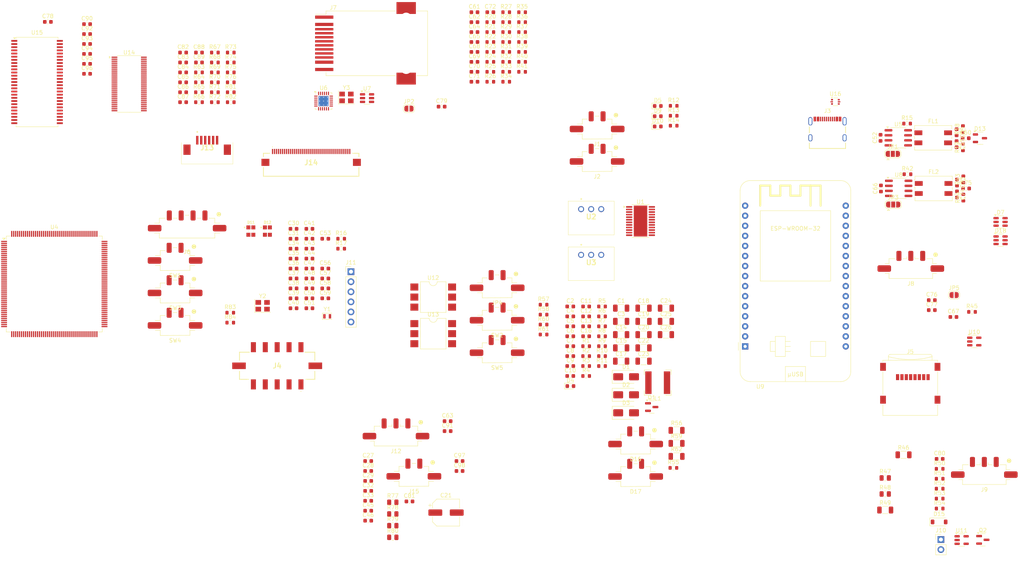
<source format=kicad_pcb>
(kicad_pcb
	(version 20240108)
	(generator "pcbnew")
	(generator_version "8.0")
	(general
		(thickness 1.6)
		(legacy_teardrops no)
	)
	(paper "A4")
	(layers
		(0 "F.Cu" signal)
		(31 "B.Cu" signal)
		(32 "B.Adhes" user "B.Adhesive")
		(33 "F.Adhes" user "F.Adhesive")
		(34 "B.Paste" user)
		(35 "F.Paste" user)
		(36 "B.SilkS" user "B.Silkscreen")
		(37 "F.SilkS" user "F.Silkscreen")
		(38 "B.Mask" user)
		(39 "F.Mask" user)
		(40 "Dwgs.User" user "User.Drawings")
		(41 "Cmts.User" user "User.Comments")
		(42 "Eco1.User" user "User.Eco1")
		(43 "Eco2.User" user "User.Eco2")
		(44 "Edge.Cuts" user)
		(45 "Margin" user)
		(46 "B.CrtYd" user "B.Courtyard")
		(47 "F.CrtYd" user "F.Courtyard")
		(48 "B.Fab" user)
		(49 "F.Fab" user)
		(50 "User.1" user)
		(51 "User.2" user)
		(52 "User.3" user)
		(53 "User.4" user)
		(54 "User.5" user)
		(55 "User.6" user)
		(56 "User.7" user)
		(57 "User.8" user)
		(58 "User.9" user)
	)
	(setup
		(pad_to_mask_clearance 0)
		(allow_soldermask_bridges_in_footprints no)
		(pcbplotparams
			(layerselection 0x00010fc_ffffffff)
			(plot_on_all_layers_selection 0x0000000_00000000)
			(disableapertmacros no)
			(usegerberextensions no)
			(usegerberattributes yes)
			(usegerberadvancedattributes yes)
			(creategerberjobfile yes)
			(dashed_line_dash_ratio 12.000000)
			(dashed_line_gap_ratio 3.000000)
			(svgprecision 4)
			(plotframeref no)
			(viasonmask no)
			(mode 1)
			(useauxorigin no)
			(hpglpennumber 1)
			(hpglpenspeed 20)
			(hpglpendiameter 15.000000)
			(pdf_front_fp_property_popups yes)
			(pdf_back_fp_property_popups yes)
			(dxfpolygonmode yes)
			(dxfimperialunits yes)
			(dxfusepcbnewfont yes)
			(psnegative no)
			(psa4output no)
			(plotreference yes)
			(plotvalue yes)
			(plotfptext yes)
			(plotinvisibletext no)
			(sketchpadsonfab no)
			(subtractmaskfromsilk no)
			(outputformat 1)
			(mirror no)
			(drillshape 1)
			(scaleselection 1)
			(outputdirectory "")
		)
	)
	(net 0 "")
	(net 1 "+3V3_FER")
	(net 2 "Earth")
	(net 3 "/Ethernet/LED_G")
	(net 4 "/Ethernet/LED_Y")
	(net 5 "GND")
	(net 6 "+3V3")
	(net 7 "+5V")
	(net 8 "/Power/3V3_Display")
	(net 9 "Net-(C5-Pad2)")
	(net 10 "Net-(U1-COMP)")
	(net 11 "Net-(U1-C1+)")
	(net 12 "Net-(U1-C1-)")
	(net 13 "Net-(U1-C2+)")
	(net 14 "Net-(U1-C2-)")
	(net 15 "/Power/3V8")
	(net 16 "Net-(D2-A)")
	(net 17 "Net-(U1-DRV)")
	(net 18 "/Power/18V")
	(net 19 "/Power/9V6")
	(net 20 "Net-(U1-FB1)")
	(net 21 "Net-(U1-REF)")
	(net 22 "/Power/-6V")
	(net 23 "Net-(U1-VCOMIN)")
	(net 24 "+24V")
	(net 25 "Net-(U3-VI)")
	(net 26 "Net-(U2-VI)")
	(net 27 "/Peripherals/V_{ref}")
	(net 28 "Net-(D1-A)")
	(net 29 "Net-(D4-A)")
	(net 30 "Net-(D15-K)")
	(net 31 "/IEC_Charging_Circuit/CP")
	(net 32 "Net-(J7-Pad2)")
	(net 33 "Net-(J7-RD-)")
	(net 34 "Net-(J7-TD-)")
	(net 35 "unconnected-(J7-NC-Pad9)")
	(net 36 "Net-(J7-RD+)")
	(net 37 "Net-(J7-TD+)")
	(net 38 "Net-(J7-Pad11)")
	(net 39 "Net-(J8-Pin_2)")
	(net 40 "/IEC_Charging_Circuit/PP")
	(net 41 "Net-(J10-Pin_1)")
	(net 42 "Net-(JP1-C)")
	(net 43 "/Core/EV_Start_Charging")
	(net 44 "Net-(JP3-C)")
	(net 45 "/Display/LCD_VGL")
	(net 46 "Net-(Q1-B)")
	(net 47 "Net-(Q2-G)")
	(net 48 "Net-(U1-FB3)")
	(net 49 "Net-(U1-FB2)")
	(net 50 "Net-(R6-Pad2)")
	(net 51 "Net-(U10-A)")
	(net 52 "/IEC_Charging_Circuit/PWM_SENSE")
	(net 53 "/Core/Charging_Point_PWM")
	(net 54 "Net-(U11--)")
	(net 55 "/Core/~{IMD_Error_LED}")
	(net 56 "Net-(R54-Pad1)")
	(net 57 "/SDRAM/D9")
	(net 58 "unconnected-(U4B-PH9-Pad86)")
	(net 59 "/SDRAM/A11")
	(net 60 "unconnected-(U4B-PD13-Pad101)")
	(net 61 "/Core/~{AMS_Error_LED}")
	(net 62 "/SDRAM/D0")
	(net 63 "unconnected-(U4B-PC13-Pad8)")
	(net 64 "unconnected-(U4B-PD4-Pad146)")
	(net 65 "/Core/PCAP_RST")
	(net 66 "/Display/B5")
	(net 67 "unconnected-(U4B-PI8-Pad7)")
	(net 68 "/SDRAM/D14")
	(net 69 "/SDRAM/D2")
	(net 70 "/SDRAM/D4")
	(net 71 "unconnected-(U4B-PH6-Pad83)")
	(net 72 "/Core/OSC_in")
	(net 73 "unconnected-(U4B-PG13-Pad156)")
	(net 74 "/Core/SWCLK")
	(net 75 "unconnected-(U4B-PG10-Pad153)")
	(net 76 "/Display/R2")
	(net 77 "/SDRAM/A3")
	(net 78 "/SDRAM/D13")
	(net 79 "unconnected-(U4B-PH15-Pad130)")
	(net 80 "/Core/LCD_Reset")
	(net 81 "/Display/R0")
	(net 82 "/SDRAM/A2")
	(net 83 "/Display/R7")
	(net 84 "/Display/B4")
	(net 85 "/Core/AMS_Reset_in")
	(net 86 "/Core/AMS_Reset_out")
	(net 87 "/Core/SDC_out")
	(net 88 "/SDRAM/A0")
	(net 89 "unconnected-(U4B-PF8-Pad26)")
	(net 90 "/SDRAM/SDNE0")
	(net 91 "/Core/SWDIO")
	(net 92 "/SDRAM/A10")
	(net 93 "unconnected-(U4B-PC10-Pad139)")
	(net 94 "/Display/G0")
	(net 95 "unconnected-(U4B-PI7-Pad176)")
	(net 96 "/SDRAM/BA0")
	(net 97 "/Ethernet/RMII_TX_EN")
	(net 98 "/Core/NRST")
	(net 99 "/SDRAM/D12")
	(net 100 "unconnected-(U4B-PH12-Pad89)")
	(net 101 "/SDRAM/NBL0")
	(net 102 "/Display/B0")
	(net 103 "unconnected-(U4B-PD3-Pad145)")
	(net 104 "/Display/G2")
	(net 105 "unconnected-(U4B-PG14-Pad157)")
	(net 106 "/Display/R1")
	(net 107 "unconnected-(U4B-PH10-Pad87)")
	(net 108 "/SDRAM/SDNWE")
	(net 109 "/Ethernet/RMII_RXD1")
	(net 110 "/SDRAM/A9")
	(net 111 "/SDRAM/D11")
	(net 112 "unconnected-(U4B-PI6-Pad175)")
	(net 113 "/Display/DE")
	(net 114 "/Display/G3")
	(net 115 "/Display/CLK")
	(net 116 "/Peripherals/USART_RX")
	(net 117 "unconnected-(U4B-PB5-Pad163)")
	(net 118 "unconnected-(U4B-PI3-Pad134)")
	(net 119 "/Peripherals/USB_OTG_VBUS")
	(net 120 "/SDRAM/A4")
	(net 121 "/Display/B3")
	(net 122 "/Peripherals/SDMMC_D0")
	(net 123 "/SDRAM/D15")
	(net 124 "/SDRAM/D3")
	(net 125 "/Display/G4")
	(net 126 "/SDRAM/A7")
	(net 127 "unconnected-(U4B-PC8-Pad117)")
	(net 128 "/SDRAM/A12")
	(net 129 "unconnected-(U4B-PI1-Pad132)")
	(net 130 "Net-(C27-Pad1)")
	(net 131 "Net-(U4F-BOOT0)")
	(net 132 "unconnected-(U4B-PD7-Pad151)")
	(net 133 "unconnected-(U4B-PC7-Pad116)")
	(net 134 "/Display/G7")
	(net 135 "unconnected-(U4F-PDR_ON-Pad171)")
	(net 136 "/Ethernet/RMII_MDIO")
	(net 137 "/Display/G1")
	(net 138 "/Display/R6")
	(net 139 "unconnected-(U4B-PH7-Pad84)")
	(net 140 "/SDRAM/D6")
	(net 141 "/SDRAM/A1")
	(net 142 "unconnected-(U4B-PG3-Pad107)")
	(net 143 "/SDRAM/D8")
	(net 144 "/Display/B6")
	(net 145 "/Display/R4")
	(net 146 "/Core/OSC_out")
	(net 147 "unconnected-(U4B-PA15-Pad138)")
	(net 148 "unconnected-(U4B-PF6-Pad24)")
	(net 149 "/SDRAM/A5")
	(net 150 "/Display/G6")
	(net 151 "/Peripherals/USB_OTG_DP")
	(net 152 "unconnected-(U4B-PF7-Pad25)")
	(net 153 "/Peripherals/ESP_RX")
	(net 154 "unconnected-(U4B-PF9-Pad27)")
	(net 155 "/Peripherals/USB_OTG_DM")
	(net 156 "/Display/G5")
	(net 157 "unconnected-(U4B-PB15-Pad95)")
	(net 158 "unconnected-(U4B-PC6-Pad115)")
	(net 159 "unconnected-(U4B-PD12-Pad100)")
	(net 160 "/Display/R5")
	(net 161 "unconnected-(U4B-PE2-Pad1)")
	(net 162 "/Ethernet/RMII_TXD1")
	(net 163 "/SDRAM/D5")
	(net 164 "/Peripherals/SDMMC_CMD")
	(net 165 "/SDRAM/D1")
	(net 166 "Net-(U4A-VREF+)")
	(net 167 "/Display/B1")
	(net 168 "/Display/B7")
	(net 169 "unconnected-(U4B-PD11-Pad99)")
	(net 170 "/Ethernet/RMII_MDC")
	(net 171 "unconnected-(U4B-PE3-Pad2)")
	(net 172 "/Core/OSC32_in")
	(net 173 "/SDRAM/SDCLK")
	(net 174 "/Peripherals/USART_TX")
	(net 175 "unconnected-(U4B-PA10-Pad121)")
	(net 176 "unconnected-(U4B-PG11-Pad154)")
	(net 177 "/SDRAM/SDCKE0")
	(net 178 "/Ethernet/RMII_RXD0")
	(net 179 "unconnected-(U4B-PC11-Pad140)")
	(net 180 "/Ethernet/RMII_CRS_DV")
	(net 181 "/Core/TRACESWO")
	(net 182 "unconnected-(U4B-PB4-Pad162)")
	(net 183 "/Display/HSYNC")
	(net 184 "/Ethernet/RMII_TXD0")
	(net 185 "Net-(C33-Pad1)")
	(net 186 "/SDRAM/D10")
	(net 187 "/SDRAM/SDNCAS")
	(net 188 "/Display/R3")
	(net 189 "/Core/OSC32_out")
	(net 190 "/Display/VSYNC")
	(net 191 "/SDRAM/D7")
	(net 192 "unconnected-(U4B-PI0-Pad131)")
	(net 193 "unconnected-(U4B-PG9-Pad152)")
	(net 194 "/SDRAM/BA1")
	(net 195 "unconnected-(U4B-PH11-Pad88)")
	(net 196 "/SDRAM/SDNRAS")
	(net 197 "/SDRAM/A6")
	(net 198 "/SDRAM/NBL1")
	(net 199 "/Display/B2")
	(net 200 "/Ethernet/RMII_REF_CLK")
	(net 201 "/SDRAM/A8")
	(net 202 "unconnected-(U4B-PB2-Pad58)")
	(net 203 "Net-(U5-CANL)")
	(net 204 "Net-(U5-Rs)")
	(net 205 "Net-(U5-CANH)")
	(net 206 "Net-(U6-~{INT}{slash}REFCLKO)")
	(net 207 "/Ethernet/XTAL2")
	(net 208 "Net-(U6-VDDCR)")
	(net 209 "Net-(U6-RXER{slash}PHYAD0)")
	(net 210 "Net-(U6-TXD0)")
	(net 211 "Net-(U6-~{RST})")
	(net 212 "Net-(U6-RXD1{slash}MODE1)")
	(net 213 "Net-(U6-TXD1)")
	(net 214 "Net-(U6-MDIO)")
	(net 215 "Net-(U6-TXEN)")
	(net 216 "/Ethernet/XTAL1")
	(net 217 "Net-(U6-RBIAS)")
	(net 218 "Net-(U6-MDC)")
	(net 219 "Net-(U6-CRS_DV{slash}MODE2)")
	(net 220 "Net-(U6-RXD0{slash}MODE0)")
	(net 221 "Net-(U8-CANL)")
	(net 222 "Net-(U8-Rs)")
	(net 223 "Net-(U8-CANH)")
	(net 224 "/Peripherals/ESP_TX")
	(net 225 "/Peripherals/STM_CAN_TX")
	(net 226 "unconnected-(U10-NC-Pad1)")
	(net 227 "/Peripherals/STM_CAN_RX")
	(net 228 "unconnected-(U12-Pad3)")
	(net 229 "/Peripherals/SDMMC_CK")
	(net 230 "Net-(R55-Pad1)")
	(net 231 "/Peripherals/ESP_CAN_RX")
	(net 232 "/SDC_and_SCS/RSD_in")
	(net 233 "unconnected-(U13-Pad5)")
	(net 234 "Net-(R56-Pad2)")
	(net 235 "unconnected-(U13-Pad3)")
	(net 236 "/SDC_and_SCS/RSD_out")
	(net 237 "/Core/CANH")
	(net 238 "/Core/CANL")
	(net 239 "/Peripherals/ESP_CAN_TX")
	(net 240 "/Display/LCD_VGH")
	(net 241 "Net-(D5-A)")
	(net 242 "Net-(D9-A)")
	(net 243 "Net-(D10-A)")
	(net 244 "/Core/SDC_in")
	(net 245 "Net-(Q3-G)")
	(net 246 "Net-(Q4-G)")
	(net 247 "/Core/SDC_enable")
	(net 248 "Net-(R83-Pad2)")
	(net 249 "/Display/I2C_SDA")
	(net 250 "/Display/I2C_SCL")
	(net 251 "Net-(U14-~{SHTDN})")
	(net 252 "Net-(U14-CLKSEL)")
	(net 253 "/Display/LCD_SELB")
	(net 254 "Net-(R70-Pad1)")
	(net 255 "VDD")
	(net 256 "Net-(R72-Pad2)")
	(net 257 "/Display/LCD_STBYB")
	(net 258 "Net-(J1-Pin_1)")
	(net 259 "/Display/LCD_U{slash}D")
	(net 260 "/Display/LCD_L{slash}R")
	(net 261 "/Display/RXIN0-")
	(net 262 "/Display/RXCLKIN+")
	(net 263 "/Display/RXIN0+")
	(net 264 "/Display/RXIN2-")
	(net 265 "/Display/RXIN1-")
	(net 266 "/Display/RXIN2+")
	(net 267 "/Display/RXIN3+")
	(net 268 "/Display/RXIN3-")
	(net 269 "/Display/RXIN1+")
	(net 270 "/Display/RXCLKIN-")
	(net 271 "Net-(J2-Pin_1)")
	(net 272 "unconnected-(J5-CMD-Pad3)")
	(net 273 "unconnected-(U15-NC-Pad40)")
	(net 274 "unconnected-(J5-DAT0-Pad7)")
	(net 275 "/Core/LED1_B")
	(net 276 "/Core/LED1_G")
	(net 277 "/Core/LED1_R")
	(net 278 "/Core/LED2_R")
	(net 279 "/Core/LED2_G")
	(net 280 "/Core/LED2_B")
	(net 281 "unconnected-(U9-TX0{slash}D1-Pad18)")
	(net 282 "unconnected-(U9-D18-Pad22)")
	(net 283 "unconnected-(U9-D34-Pad12)")
	(net 284 "unconnected-(U9-D19-Pad21)")
	(net 285 "unconnected-(U9-D25-Pad8)")
	(net 286 "unconnected-(J5-DAT2-Pad1)")
	(net 287 "unconnected-(U9-D15-Pad28)")
	(net 288 "unconnected-(U9-D32-Pad10)")
	(net 289 "unconnected-(U9-RX0{slash}D3-Pad19)")
	(net 290 "unconnected-(U9-D13-Pad3)")
	(net 291 "unconnected-(U9-D12-Pad4)")
	(net 292 "unconnected-(U9-D35-Pad11)")
	(net 293 "unconnected-(U9-D2-Pad27)")
	(net 294 "unconnected-(U9-D14-Pad5)")
	(net 295 "unconnected-(U9-D39{slash}VN-Pad13)")
	(net 296 "unconnected-(J5-CLK-Pad5)")
	(net 297 "unconnected-(U9-D22-Pad17)")
	(net 298 "unconnected-(U9-D26-Pad7)")
	(net 299 "unconnected-(U9-D33-Pad9)")
	(net 300 "unconnected-(U9-EN-Pad15)")
	(net 301 "unconnected-(U9-VIN-Pad1)")
	(net 302 "unconnected-(U9-D36{slash}VP-Pad14)")
	(net 303 "unconnected-(U9-D27-Pad6)")
	(net 304 "unconnected-(U9-D23-Pad16)")
	(net 305 "/Core/SDC_Voltage")
	(net 306 "/Core/TSAL_Green")
	(net 307 "Net-(JP4-A)")
	(net 308 "Net-(J4-Pin_2)")
	(net 309 "unconnected-(J5-DAT3{slash}CD-Pad2)")
	(net 310 "unconnected-(J5-VDD-Pad4)")
	(net 311 "unconnected-(SW3-Pad1)")
	(net 312 "unconnected-(SW3-Pad2)")
	(net 313 "unconnected-(SW4-Pad2)")
	(net 314 "unconnected-(SW4-Pad1)")
	(net 315 "unconnected-(J5-VSS-Pad6)")
	(net 316 "unconnected-(J5-DAT1-Pad8)")
	(net 317 "unconnected-(J3-SBU2-PadB8)")
	(net 318 "Net-(J3-VBUS-PadA4)")
	(net 319 "unconnected-(J3-CC2-PadB5)")
	(net 320 "unconnected-(J3-D+-PadB6)")
	(net 321 "unconnected-(J3-CC1-PadA5)")
	(net 322 "unconnected-(J3-SBU1-PadA8)")
	(net 323 "unconnected-(J3-D+-PadA6)")
	(net 324 "unconnected-(J3-D--PadB7)")
	(net 325 "unconnected-(J3-D--PadA7)")
	(net 326 "/Core/PCAP_Int")
	(net 327 "unconnected-(J14-Pin_37-Pad37)")
	(net 328 "/Display/LED+")
	(net 329 "unconnected-(J14-Pin_4-Pad4)")
	(net 330 "/Display/LCD_VDD")
	(net 331 "Net-(J14-Pin_29)")
	(net 332 "unconnected-(J14-Pin_27-Pad27)")
	(net 333 "unconnected-(J14-Pin_24-Pad24)")
	(net 334 "unconnected-(J14-Pin_36-Pad36)")
	(net 335 "Net-(J14-Pin_1)")
	(net 336 "Net-(J14-Pin_35)")
	(net 337 "Net-(J14-Pin_38)")
	(net 338 "unconnected-(J14-Pin_26-Pad26)")
	(net 339 "unconnected-(J14-Pin_23-Pad23)")
	(net 340 "Net-(D7-COM-Pad2)")
	(net 341 "unconnected-(D7-TVS3-Pad4)")
	(net 342 "unconnected-(D7-TVS4-Pad6)")
	(net 343 "unconnected-(D7-TVS1-Pad1)")
	(net 344 "unconnected-(D7-TVS2-Pad3)")
	(net 345 "unconnected-(D18-TVS3-Pad4)")
	(net 346 "Net-(D18-COM-Pad2)")
	(net 347 "unconnected-(D18-TVS2-Pad3)")
	(net 348 "unconnected-(D18-TVS1-Pad1)")
	(net 349 "unconnected-(D18-TVS4-Pad6)")
	(net 350 "unconnected-(U16-VBUS-Pad5)")
	(net 351 "unconnected-(U16-I{slash}O1-Pad6)")
	(net 352 "unconnected-(U16-I{slash}O1-Pad1)")
	(net 353 "unconnected-(U16-I{slash}O2-Pad3)")
	(net 354 "unconnected-(U16-GND-Pad2)")
	(net 355 "unconnected-(U16-I{slash}O2-Pad4)")
	(net 356 "Net-(D16-A)")
	(net 357 "Net-(D16-K)")
	(net 358 "Net-(D17-K)")
	(net 359 "Net-(D17-A)")
	(net 360 "/Display/LCD_AVDD")
	(net 361 "/Display/VCOM")
	(footprint "Capacitor_SMD:C_1206_3216Metric" (layer "F.Cu") (at 178.315 106.435))
	(footprint "Capacitor_SMD:C_0603_1608Metric" (layer "F.Cu") (at 169.475 92.615))
	(footprint "Resistor_SMD:R_0603_1608Metric" (layer "F.Cu") (at 145.285 35.83))
	(footprint "Capacitor_SMD:C_0603_1608Metric" (layer "F.Cu") (at 43.475 21.27))
	(footprint "Capacitor_SMD:C_1206_3216Metric" (layer "F.Cu") (at 189.615 93.035))
	(footprint "Capacitor_SMD:C_0603_1608Metric" (layer "F.Cu") (at 141.275 25.79))
	(footprint "Resistor_SMD:R_0805_2012Metric" (layer "F.Cu") (at 120.66 142.1))
	(footprint "Capacitor_SMD:C_0603_1608Metric" (layer "F.Cu") (at 169.475 100.145))
	(footprint "Package_TO_SOT_SMD:SOT-666" (layer "F.Cu") (at 232.4 40.9))
	(footprint "Capacitor_SMD:C_0603_1608Metric" (layer "F.Cu") (at 114.45 136.7))
	(footprint "Capacitor_SMD:C_0603_1608Metric" (layer "F.Cu") (at 67.725 28.45))
	(footprint "Resistor_SMD:R_0603_1608Metric" (layer "F.Cu") (at 149.295 30.81))
	(footprint "Charger:ESP32-WROOM-32-DevKit-30Pin" (layer "F.Cu") (at 209.615 102.71))
	(footprint "FaSTTUBe_connectors:Micro_Mate-N-Lok_2p_vertical" (layer "F.Cu") (at 172.245 47.77))
	(footprint "LED_SMD:LED_0603_1608Metric" (layer "F.Cu") (at 187.56 41.955))
	(footprint "Capacitor_SMD:CP_Elec_6.3x7.7" (layer "F.Cu") (at 134.1 144.7))
	(footprint "Capacitor_SMD:C_0603_1608Metric" (layer "F.Cu") (at 137.51 134.19))
	(footprint "Diode_SMD:D_SMA" (layer "F.Cu") (at 179.56 110.385))
	(footprint "Resistor_SMD:R_0603_1608Metric" (layer "F.Cu") (at 153.305 20.77))
	(footprint "Resistor_SMD:R_0603_1608Metric" (layer "F.Cu") (at 71.735 33.47))
	(footprint "Capacitor_SMD:C_1206_3216Metric" (layer "F.Cu") (at 178.315 96.385))
	(footprint "Resistor_SMD:R_0603_1608Metric" (layer "F.Cu") (at 173.485 95.125))
	(footprint "Resistor_SMD:R_0603_1608Metric" (layer "F.Cu") (at 75.745 30.96))
	(footprint "Capacitor_SMD:C_0603_1608Metric" (layer "F.Cu") (at 99.61 83.03))
	(footprint "Charger:173010542" (layer "F.Cu") (at 170.745 69.945))
	(footprint "FaSTTUBe_connectors:Micro_Mate-N-Lok_2p_vertical" (layer "F.Cu") (at 65.7 97.4))
	(footprint "Resistor_SMD:R_0603_1608Metric" (layer "F.Cu") (at 158.725 94.68))
	(footprint "Capacitor_SMD:C_0603_1608Metric" (layer "F.Cu") (at 265.3 50.1))
	(footprint "Resistor_SMD:R_0603_1608Metric" (layer "F.Cu") (at 264.6 52.4 90))
	(footprint "Jumper:SolderJumper-2_P1.3mm_Open_RoundedPad1.0x1.5mm" (layer "F.Cu") (at 262.37 89.73))
	(footprint "Resistor_SMD:R_0603_1608Metric" (layer "F.Cu") (at 169.475 102.655))
	(footprint "Capacitor_SMD:C_0603_1608Metric" (layer "F.Cu") (at 141.275 30.81))
	(footprint "Resistor_SMD:R_0603_1608Metric" (layer "F.Cu") (at 149.295 33.32))
	(footprint "Capacitor_SMD:C_1206_3216Metric" (layer "F.Cu") (at 183.965 103.085))
	(footprint "Resistor_SMD:R_0603_1608Metric" (layer "F.Cu") (at 264.7 60.5 90))
	(footprint "Resistor_SMD:R_0603_1608Metric" (layer "F.Cu") (at 145.285 23.28))
	(footprint "FaSTTUBe_connectors:Micro_Mate-N-Lok_2p_vertical"
		(layer "F.Cu")
		(uuid "34a4ad21-6986-43be-8bb4-ac7a18b3f653")
		(at 147 96.095)
		(property "Reference" "SW2"
			(at 0 3.81 0)
			(unlocked yes)
			(layer "F.SilkS")
			(uuid "e90ffa5b-0761-4267-a229-343aa05ab111")
			(effects
				(font
					(size 1 1)
					(thickness 0.15)
				)
			)
		)
		(property "Value" "SW_Push"
			(at 0 1 0)
			(unlocked yes)
			(layer "F.Fab")
			(uuid "8cf4d3b9-45da-4fed-89fe-cb9d524bc8fe")
			(effects
				(font
					(size 1 1)
					(thickness 0.15)
				)
			)
		)
		(property "Footprint" "FaSTTUBe_connectors:Micro_Mate-N-Lok_2p_vertical"
			(at 0 0 0)
			(layer "F.Fab")
			(hide yes)
			(uuid "f8ef1833-2ccf-4048-b789-175942ba4e6e")
			(effects
				(font
					(size 1.27 1.27)
					(thickness 0.15)
				)
			)
		)
		(property "Datasheet" ""
			(at 0 0 0)
			(layer "F.Fab")
			(hide yes)
			(uuid "9ef8b199-0ef6-4624-b08a-c73cad42c2a1")
			(effects
				(font
					(size 1.27 1.27)
					(thickness 0.15)
				)
			)
		)
		(property "Description" "Push button switch, generic, two pins"
			(at 0 0 0)
			(layer "F.Fab")
			(hide yes)
			(uuid "94fa82c5-0a54-422d-ad5e-2f047281e1a7")
			(effects
				(font
					(size 1.27 1.27)
					(thickness 0.15)
				)
			)
		)
		(path "/75c94037-2217-4879-97cf-1bc2976ef0dc/cd2fac89-1b09-4cec-8d86-da71d221cac8")
		(sheetname "SDC_and_SCS")
		(sheetfile "SDC_and_SCS.kicad_sch")
		(attr smd)
		(fp_line
			(start -3.75 -2.5)
			(end -2.5 -2.5)
			(stroke
				(width 0.12)
				(type solid)
			)
			(layer "F.SilkS")
			(uuid "8d2f3dd4-d1c8-4cc6-a09e-338978c7cb35")
		)
		(fp_line
			(start -3.75 -1.25)
			(end -5 -1.25)
			(stroke
				(width 0.12)
				(type solid)
			)
			(layer "F.SilkS")
			(uuid "f4ec3868-09d7-4c49-abf0-2e8521cf02f1")
		)
		(fp_line
			(start -3.75 -1.25)
			(end -3.75 -2.5)
			(stroke
				(width 0.12)
				(type solid)
			)
			(layer "F.SilkS")
			(uuid "d0984f4f-fa94-4a4c-85e4-cb1a2b552541")
		)
		(fp_line
			(start -3.75 1.25)
			(end -5 1.25)
			(stroke
				(width 0.12)
				(type solid)
			)
			(layer "F.SilkS")
			(uuid "7f6685d6-d531-43cd-9775-68d027f5318a")
		)
		(fp_line
			(start -3.75 1.25)
			(end -3.75 2.54)
			(stroke
				(width 0.12)
				(type solid)
			)
			(layer "F.SilkS")
			(uuid "2029fce8-fc03-47b6-83db-164b2a77a20f")
		)
		(fp_line
			(start -3.75 2.54)
			(end 3.75 2.5)
			(stroke
				(width 0.12)
				(type solid)
			)
			(layer "F.SilkS")
			(uuid "984932e2-56a6-4036-b68a-92493d3332d8")
		)
		(fp_line
			(start -0.5 -3.25)
			(end 0.5 -3.25)
			(stroke
				(width 0.12)
				(type solid)
			)
			(layer "F.SilkS")
			(uuid "f4143449-5575-4a36-a196-653f42cbb897")
		)
		(fp_line
			(start 3.75 -2.5)
			(end 2.5 -2.5)
			(stroke
				(width 0.12)
				(type solid)
			)
			(layer "F.SilkS")
			(uuid "84758a8a-a3ed-4e1c-9a52-0bbeefc07ce9")
		)
		(fp_line
			(start 3.75 -1.25)
			(end 3.75 -2.5)
			(stroke
				(width 0.12)
				(type solid)
			)
			(layer "F.SilkS")
			(uuid "2b6139eb-5c54-41f2-8663-0f268ab9494c")
		)
		(fp_line
			(start 3.75 -1.25)
			(end 5 -1.25)
			(stroke
				(width 0.12)
... [1099019 chars truncated]
</source>
